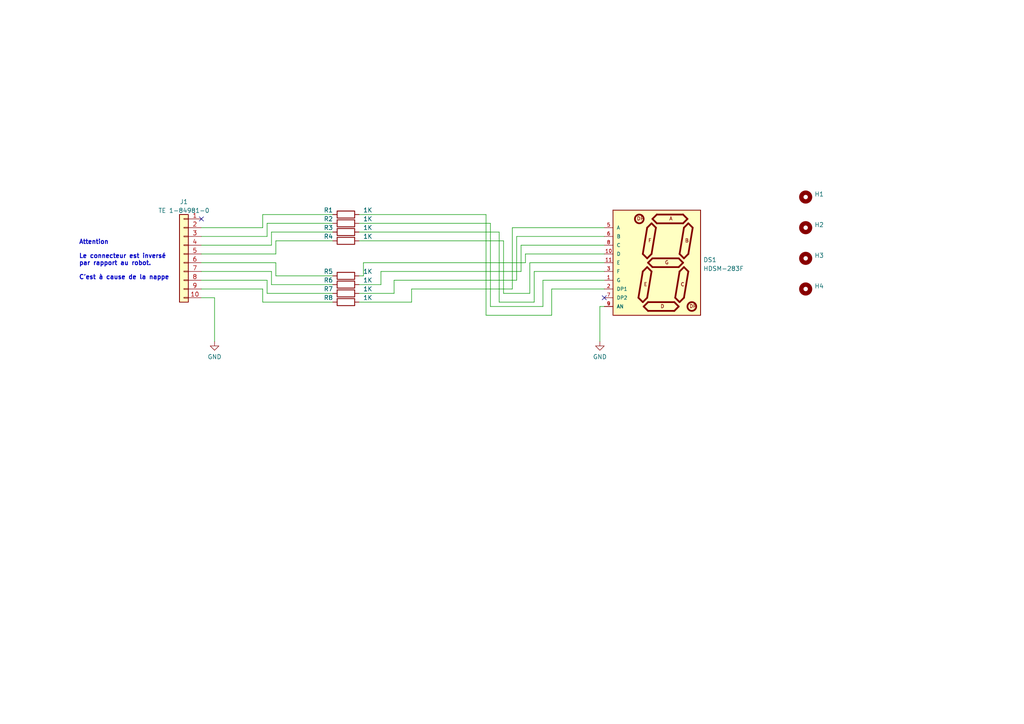
<source format=kicad_sch>
(kicad_sch (version 20211123) (generator eeschema)
  (paper "A4")
  (title_block (title "Ecran pour robot dumber") (date "2023-02-17") (rev "1.0") (company "INSA - GEI"))
  (lib_symbols
    (symbol "Connector_Generic:Conn_01x10" (pin_names (offset 1.016) hide)
      (property "Reference" "J" (at 0 12.7 0))
      (property "Value" "Conn_01x10" (at 0 -15.24 0))
      (symbol "Conn_01x10_1_1"
        (rectangle (start -1.27 -12.573) (end 0 -12.827) (stroke (width 0.1524)))
        (rectangle (start -1.27 -10.033) (end 0 -10.287) (stroke (width 0.1524)))
        (rectangle (start -1.27 -7.493) (end 0 -7.747) (stroke (width 0.1524)))
        (rectangle (start -1.27 -4.953) (end 0 -5.207) (stroke (width 0.1524)))
        (rectangle (start -1.27 -2.413) (end 0 -2.667) (stroke (width 0.1524)))
        (rectangle (start -1.27 0.127) (end 0 -0.127) (stroke (width 0.1524)))
        (rectangle (start -1.27 2.667) (end 0 2.413) (stroke (width 0.1524)))
        (rectangle (start -1.27 5.207) (end 0 4.953) (stroke (width 0.1524)))
        (rectangle (start -1.27 7.747) (end 0 7.493) (stroke (width 0.1524)))
        (rectangle (start -1.27 10.287) (end 0 10.033) (stroke (width 0.1524)))
        (rectangle (start -1.27 11.43) (end 1.27 -13.97) (stroke (width 0.254)) (fill (type background)))
        (pin passive line (at -5.08 10.16 0) (length 3.81) (name "Pin_1") (number "1"))
        (pin passive line (at -5.08 -12.7 0) (length 3.81) (name "Pin_10") (number "10"))
        (pin passive line (at -5.08 7.62 0) (length 3.81) (name "Pin_2") (number "2"))
        (pin passive line (at -5.08 5.08 0) (length 3.81) (name "Pin_3") (number "3"))
        (pin passive line (at -5.08 2.54 0) (length 3.81) (name "Pin_4") (number "4"))
        (pin passive line (at -5.08 0 0) (length 3.81) (name "Pin_5") (number "5"))
        (pin passive line (at -5.08 -2.54 0) (length 3.81) (name "Pin_6") (number "6"))
        (pin passive line (at -5.08 -5.08 0) (length 3.81) (name "Pin_7") (number "7"))
        (pin passive line (at -5.08 -7.62 0) (length 3.81) (name "Pin_8") (number "8"))
        (pin passive line (at -5.08 -10.16 0) (length 3.81) (name "Pin_9") (number "9"))
      )
    )
    (symbol "Device:R" (pin_numbers hide) (pin_names (offset 0))
      (property "Reference" "R" (at 2.032 0 90))
      (property "Value" "R" (at 0 0 90))
      (symbol "R_0_1"
        (rectangle (start -1.016 -2.54) (end 1.016 2.54) (stroke (width 0.254)))
      )
      (symbol "R_1_1"
        (pin passive line (at 0 3.81 270) (length 1.27) (name "~") (number "1"))
        (pin passive line (at 0 -3.81 90) (length 1.27) (name "~") (number "2"))
      )
    )
    (symbol "HDSM-283F:HDSM-283F" (pin_names (offset 1.016))
      (property "Reference" "DS" (at -15.2908 16.5608 0))
      (property "Value" "HDSM-283F" (at -15.2908 -17.8562 0))
      (symbol "HDSM-283F_0_0"
        (rectangle (start -15.24 -15.24) (end 10.16 15.24) (stroke (width 0.254)) (fill (type background)))
        (circle (center -7.62 12.7) (radius 1.27) (stroke (width 0.508)))
        (polyline (pts (xy -7.874 -10.16) (xy -6.604 -11.43)) (stroke (width 0.508)))
        (polyline (pts (xy -6.604 -11.43) (xy -5.334 -10.16)) (stroke (width 0.508)))
        (polyline (pts (xy -6.604 -2.54) (xy -7.874 -10.16)) (stroke (width 0.508)))
        (polyline (pts (xy -6.604 2.54) (xy -5.334 1.27)) (stroke (width 0.508)))
        (polyline (pts (xy -6.35 -12.7) (xy -5.08 -13.97)) (stroke (width 0.508)))
        (polyline (pts (xy -6.35 -12.7) (xy -5.08 -11.43)) (stroke (width 0.508)))
        (polyline (pts (xy -5.334 -10.16) (xy -4.064 -2.54)) (stroke (width 0.508)))
        (polyline (pts (xy -5.334 -1.27) (xy -6.604 -2.54)) (stroke (width 0.508)))
        (polyline (pts (xy -5.334 -1.27) (xy -4.064 -2.54)) (stroke (width 0.508)))
        (polyline (pts (xy -5.334 1.27) (xy -4.064 2.54)) (stroke (width 0.508)))
        (polyline (pts (xy -5.334 10.16) (xy -6.604 2.54)) (stroke (width 0.508)))
        (polyline (pts (xy -5.08 -13.97) (xy 2.54 -13.97)) (stroke (width 0.508)))
        (polyline (pts (xy -5.08 0) (xy -3.81 -1.27)) (stroke (width 0.508)))
        (polyline (pts (xy -5.08 0) (xy -3.81 1.27)) (stroke (width 0.508)))
        (polyline (pts (xy -4.064 2.54) (xy -2.794 10.16)) (stroke (width 0.508)))
        (polyline (pts (xy -4.064 11.43) (xy -5.334 10.16)) (stroke (width 0.508)))
        (polyline (pts (xy -4.064 11.43) (xy -2.794 10.16)) (stroke (width 0.508)))
        (polyline (pts (xy -3.81 -1.27) (xy 3.81 -1.27)) (stroke (width 0.508)))
        (polyline (pts (xy -3.81 12.7) (xy -2.54 13.97)) (stroke (width 0.508)))
        (polyline (pts (xy -2.54 11.43) (xy -3.81 12.7)) (stroke (width 0.508)))
        (polyline (pts (xy -2.54 13.97) (xy 5.08 13.97)) (stroke (width 0.508)))
        (polyline (pts (xy 2.54 -13.97) (xy 3.81 -12.7)) (stroke (width 0.508)))
        (polyline (pts (xy 2.54 -11.43) (xy -5.08 -11.43)) (stroke (width 0.508)))
        (polyline (pts (xy 2.794 -10.16) (xy 4.064 -11.43)) (stroke (width 0.508)))
        (polyline (pts (xy 3.81 -12.7) (xy 2.54 -11.43)) (stroke (width 0.508)))
        (polyline (pts (xy 3.81 -1.27) (xy 5.08 0)) (stroke (width 0.508)))
        (polyline (pts (xy 3.81 1.27) (xy -3.81 1.27)) (stroke (width 0.508)))
        (polyline (pts (xy 4.064 -11.43) (xy 5.334 -10.16)) (stroke (width 0.508)))
        (polyline (pts (xy 4.064 -2.54) (xy 2.794 -10.16)) (stroke (width 0.508)))
        (polyline (pts (xy 4.064 2.54) (xy 5.334 1.27)) (stroke (width 0.508)))
        (polyline (pts (xy 5.08 0) (xy 3.81 1.27)) (stroke (width 0.508)))
        (polyline (pts (xy 5.08 11.43) (xy -2.54 11.43)) (stroke (width 0.508)))
        (polyline (pts (xy 5.08 13.97) (xy 6.35 12.7)) (stroke (width 0.508)))
        (polyline (pts (xy 5.334 -10.16) (xy 6.604 -2.54)) (stroke (width 0.508)))
        (polyline (pts (xy 5.334 -1.27) (xy 4.064 -2.54)) (stroke (width 0.508)))
        (polyline (pts (xy 5.334 -1.27) (xy 6.604 -2.54)) (stroke (width 0.508)))
        (polyline (pts (xy 5.334 1.27) (xy 6.604 2.54)) (stroke (width 0.508)))
        (polyline (pts (xy 5.334 10.16) (xy 4.064 2.54)) (stroke (width 0.508)))
        (polyline (pts (xy 6.35 12.7) (xy 5.08 11.43)) (stroke (width 0.508)))
        (polyline (pts (xy 6.604 2.54) (xy 7.874 10.16)) (stroke (width 0.508)))
        (polyline (pts (xy 6.604 11.43) (xy 5.334 10.16)) (stroke (width 0.508)))
        (polyline (pts (xy 6.604 11.43) (xy 7.874 10.16)) (stroke (width 0.508)))
        (circle (center 7.62 -12.7) (radius 1.27) (stroke (width 0.508)))
        (text "A" (at 1.016 12.2174 0) (effects (font (size 1.016 1.016)) (justify left bottom)))
        (text "B" (at 5.588 5.842 0) (effects (font (size 1.016 1.016)) (justify left bottom)))
        (text "C" (at 4.318 -6.8834 0) (effects (font (size 1.016 1.016)) (justify left bottom)))
        (text "D" (at -1.524 -13.2334 0) (effects (font (size 1.016 1.016)) (justify left bottom)))
        (text "DP" (at -8.4074 12.2174 0) (effects (font (size 1.016 1.016)) (justify left bottom)))
        (text "DP" (at 6.858 -13.208 0) (effects (font (size 1.016 1.016)) (justify left bottom)))
        (text "E" (at -6.35 -6.858 0) (effects (font (size 1.016 1.016)) (justify left bottom)))
        (text "F" (at -5.08 5.8674 0) (effects (font (size 1.016 1.016)) (justify left bottom)))
        (text "G" (at -0.254 -0.508 0) (effects (font (size 1.016 1.016)) (justify left bottom)))
        (pin passive line (at -17.78 -5.08 0) (length 2.54) (name "G") (number "1"))
        (pin passive line (at -17.78 2.54 0) (length 2.54) (name "D") (number "10"))
        (pin passive line (at -17.78 0 0) (length 2.54) (name "E") (number "11"))
        (pin passive line (at -17.78 -7.62 0) (length 2.54) (name "DP1") (number "2"))
        (pin passive line (at -17.78 -2.54 0) (length 2.54) (name "F") (number "3"))
        (pin passive line (at -17.78 -12.7 0) (length 2.54) (name "AN") (number "4"))
        (pin passive line (at -17.78 10.16 0) (length 2.54) (name "A") (number "5"))
        (pin passive line (at -17.78 7.62 0) (length 2.54) (name "B") (number "6"))
        (pin passive line (at -17.78 -10.16 0) (length 2.54) (name "DP2") (number "7"))
        (pin passive line (at -17.78 5.08 0) (length 2.54) (name "C") (number "8"))
        (pin passive line (at -17.78 -12.7 0) (length 2.54) (name "AN") (number "9"))
      )
    )
    (symbol "Mechanical:MountingHole" (pin_names (offset 1.016))
      (property "Reference" "H" (at 0 5.08 0))
      (property "Value" "MountingHole" (at 0 3.175 0))
      (symbol "MountingHole_0_1"
        (circle (center 0 0) (radius 1.27) (stroke (width 1.27)))
      )
    )
    (symbol "power:GND" (power) (pin_names (offset 0))
      (property "Value" "GND" (at 0 -3.81 0))
      (symbol "GND_0_1"
        (polyline (pts (xy 0 0) (xy 0 -1.27) (xy 1.27 -1.27) (xy 0 -2.54) (xy -1.27 -1.27) (xy 0 -1.27)))
      )
      (symbol "GND_1_1"
        (pin power_in line (at 0 0 270) (length 0) hide (name "GND") (number "1"))
      )
    )
  )
  (no_connect (at 58.42 63.5))
  (no_connect (at 175.26 86.36))
  (wire (pts (xy 148.59 83.82) (xy 119.38 83.82)))
  (wire (pts (xy 76.2 83.82) (xy 76.2 87.63)))
  (wire (pts (xy 153.67 85.09) (xy 153.67 76.2)))
  (wire (pts (xy 149.86 81.28) (xy 149.86 68.58)))
  (wire (pts (xy 78.74 82.55) (xy 96.52 82.55)))
  (wire (pts (xy 58.42 81.28) (xy 77.47 81.28)))
  (wire (pts (xy 62.23 86.36) (xy 62.23 99.06)))
  (wire (pts (xy 104.14 82.55) (xy 110.49 82.55)))
  (wire (pts (xy 78.74 67.31) (xy 96.52 67.31)))
  (wire (pts (xy 104.14 67.31) (xy 144.78 67.31)))
  (wire (pts (xy 148.59 66.04) (xy 175.26 66.04)))
  (wire (pts (xy 142.24 64.77) (xy 142.24 88.9)))
  (wire (pts (xy 157.48 81.28) (xy 175.26 81.28)))
  (wire (pts (xy 104.14 85.09) (xy 114.3 85.09)))
  (wire (pts (xy 76.2 87.63) (xy 96.52 87.63)))
  (wire (pts (xy 153.67 76.2) (xy 175.26 76.2)))
  (wire (pts (xy 77.47 64.77) (xy 96.52 64.77)))
  (wire (pts (xy 175.26 88.9) (xy 173.99 88.9)))
  (wire (pts (xy 58.42 66.04) (xy 76.2 66.04)))
  (wire (pts (xy 58.42 71.12) (xy 78.74 71.12)))
  (wire (pts (xy 58.42 76.2) (xy 80.01 76.2)))
  (wire (pts (xy 149.86 81.28) (xy 114.3 81.28)))
  (wire (pts (xy 154.94 87.63) (xy 154.94 78.74)))
  (wire (pts (xy 76.2 66.04) (xy 76.2 62.23)))
  (wire (pts (xy 80.01 80.01) (xy 96.52 80.01)))
  (wire (pts (xy 152.4 73.66) (xy 175.26 73.66)))
  (wire (pts (xy 105.41 76.2) (xy 105.41 80.01)))
  (wire (pts (xy 142.24 88.9) (xy 157.48 88.9)))
  (wire (pts (xy 151.13 71.12) (xy 175.26 71.12)))
  (wire (pts (xy 160.02 91.44) (xy 160.02 83.82)))
  (wire (pts (xy 77.47 68.58) (xy 77.47 64.77)))
  (wire (pts (xy 77.47 85.09) (xy 96.52 85.09)))
  (wire (pts (xy 157.48 88.9) (xy 157.48 81.28)))
  (wire (pts (xy 173.99 88.9) (xy 173.99 99.06)))
  (wire (pts (xy 144.78 67.31) (xy 144.78 87.63)))
  (wire (pts (xy 140.97 91.44) (xy 160.02 91.44)))
  (wire (pts (xy 148.59 83.82) (xy 148.59 66.04)))
  (wire (pts (xy 80.01 76.2) (xy 80.01 80.01)))
  (wire (pts (xy 58.42 78.74) (xy 78.74 78.74)))
  (wire (pts (xy 119.38 83.82) (xy 119.38 87.63)))
  (wire (pts (xy 160.02 83.82) (xy 175.26 83.82)))
  (wire (pts (xy 58.42 73.66) (xy 80.01 73.66)))
  (wire (pts (xy 104.14 62.23) (xy 140.97 62.23)))
  (wire (pts (xy 152.4 76.2) (xy 105.41 76.2)))
  (wire (pts (xy 154.94 78.74) (xy 175.26 78.74)))
  (wire (pts (xy 77.47 81.28) (xy 77.47 85.09)))
  (wire (pts (xy 146.05 85.09) (xy 153.67 85.09)))
  (wire (pts (xy 140.97 62.23) (xy 140.97 91.44)))
  (wire (pts (xy 146.05 69.85) (xy 146.05 85.09)))
  (wire (pts (xy 151.13 78.74) (xy 151.13 71.12)))
  (wire (pts (xy 80.01 73.66) (xy 80.01 69.85)))
  (wire (pts (xy 149.86 68.58) (xy 175.26 68.58)))
  (wire (pts (xy 144.78 87.63) (xy 154.94 87.63)))
  (wire (pts (xy 58.42 83.82) (xy 76.2 83.82)))
  (wire (pts (xy 104.14 64.77) (xy 142.24 64.77)))
  (wire (pts (xy 76.2 62.23) (xy 96.52 62.23)))
  (wire (pts (xy 78.74 78.74) (xy 78.74 82.55)))
  (wire (pts (xy 152.4 76.2) (xy 152.4 73.66)))
  (wire (pts (xy 104.14 80.01) (xy 105.41 80.01)))
  (wire (pts (xy 80.01 69.85) (xy 96.52 69.85)))
  (wire (pts (xy 110.49 78.74) (xy 110.49 82.55)))
  (wire (pts (xy 104.14 87.63) (xy 119.38 87.63)))
  (wire (pts (xy 78.74 71.12) (xy 78.74 67.31)))
  (wire (pts (xy 114.3 81.28) (xy 114.3 85.09)))
  (wire (pts (xy 58.42 68.58) (xy 77.47 68.58)))
  (wire (pts (xy 58.42 86.36) (xy 62.23 86.36)))
  (wire (pts (xy 151.13 78.74) (xy 110.49 78.74)))
  (wire (pts (xy 104.14 69.85) (xy 146.05 69.85)))
  (text "Attention\n\nLe connecteur est inversé \npar rapport au robot.\n\nC'est à cause de la nappe" (at 22.86 81.28 0) (effects (font (size 1.27 1.27) (thickness 0.254) bold) (justify left bottom)))
  (symbol (lib_id "power:GND") (at 62.23 99.06 0) (unit 1)
    (property "Reference" "#PWR0101" (effects hide))
    (property "Value" "GND" (at 62.23 103.5034 0))
  )
  (symbol (lib_id "Device:R") (at 100.33 87.63 90) (unit 1)
    (property "Reference" "R8" (at 95.25 86.36 90))
    (property "Value" "1K" (at 106.68 86.36 90))
    (property "Footprint" "Resistor_SMD:R_0805_2012Metric" (effects hide))
  )
  (symbol (lib_id "Device:R") (at 100.33 62.23 90) (unit 1)
    (property "Reference" "R1" (at 95.25 60.96 90))
    (property "Value" "1K" (at 106.68 60.96 90))
    (property "Footprint" "Resistor_SMD:R_0805_2012Metric" (effects hide))
  )
  (symbol (lib_id "Mechanical:MountingHole") (at 233.68 57.15 0) (unit 1)
    (property "Reference" "H1" (at 236.22 56.3153 0) (effects (justify left)))
    (property "Value" "MountingHole" (effects hide))
    (property "Footprint" "MountingHole:MountingHole_3mm" (effects hide))
  )
  (symbol (lib_id "Device:R") (at 100.33 64.77 90) (unit 1)
    (property "Reference" "R2" (at 95.25 63.5 90))
    (property "Value" "1K" (at 106.68 63.5 90))
    (property "Footprint" "Resistor_SMD:R_0805_2012Metric" (effects hide))
  )
  (symbol (lib_id "Device:R") (at 100.33 82.55 90) (unit 1)
    (property "Reference" "R6" (at 95.25 81.28 90))
    (property "Value" "1K" (at 106.68 81.28 90))
    (property "Footprint" "Resistor_SMD:R_0805_2012Metric" (effects hide))
  )
  (symbol (lib_id "HDSM-283F:HDSM-283F") (at 193.04 76.2 0) (unit 1)
    (property "Reference" "DS1" (at 203.962 75.3653 0) (effects (justify left)))
    (property "Value" "HDSM-283F" (at 203.962 77.9022 0) (effects (justify left)))
    (property "Footprint" "INSA:LED_HDSM-283F" (effects hide))
    (property "MANUFACTURER" "AVAGO" (effects hide))
  )
  (symbol (lib_id "Device:R") (at 100.33 69.85 90) (unit 1)
    (property "Reference" "R4" (at 95.25 68.58 90))
    (property "Value" "1K" (at 106.68 68.58 90))
    (property "Footprint" "Resistor_SMD:R_0805_2012Metric" (effects hide))
  )
  (symbol (lib_id "Device:R") (at 100.33 85.09 90) (unit 1)
    (property "Reference" "R7" (at 95.25 83.82 90))
    (property "Value" "1K" (at 106.68 83.82 90))
    (property "Footprint" "Resistor_SMD:R_0805_2012Metric" (effects hide))
  )
  (symbol (lib_id "Mechanical:MountingHole") (at 233.68 83.82 0) (unit 1)
    (property "Reference" "H4" (at 236.22 82.9853 0) (effects (justify left)))
    (property "Value" "MountingHole" (effects hide))
    (property "Footprint" "MountingHole:MountingHole_3mm" (effects hide))
  )
  (symbol (lib_id "Mechanical:MountingHole") (at 233.68 66.04 0) (unit 1)
    (property "Reference" "H2" (at 236.22 65.2053 0) (effects (justify left)))
    (property "Value" "MountingHole" (effects hide))
    (property "Footprint" "MountingHole:MountingHole_3mm" (effects hide))
  )
  (symbol (lib_id "Device:R") (at 100.33 80.01 90) (unit 1)
    (property "Reference" "R5" (at 95.25 78.74 90))
    (property "Value" "1K" (at 106.68 78.74 90))
    (property "Footprint" "Resistor_SMD:R_0805_2012Metric" (effects hide))
  )
  (symbol (lib_id "power:GND") (at 173.99 99.06 0) (unit 1)
    (property "Reference" "#PWR0102" (effects hide))
    (property "Value" "GND" (at 173.99 103.5034 0))
  )
  (symbol (lib_id "Connector_Generic:Conn_01x10") (at 53.34 73.66 0) (mirror y) (unit 1)
    (property "Reference" "J1" (at 53.34 58.5302 0))
    (property "Value" "TE 1-84981-0" (at 53.34 61.0671 0))
    (property "Footprint" "INSA:TE 1-84981-0" (effects hide))
  )
  (symbol (lib_id "Device:R") (at 100.33 67.31 90) (unit 1)
    (property "Reference" "R3" (at 95.25 66.04 90))
    (property "Value" "1K" (at 106.68 66.04 90))
    (property "Footprint" "Resistor_SMD:R_0805_2012Metric" (effects hide))
  )
  (symbol (lib_id "Mechanical:MountingHole") (at 233.68 74.93 0) (unit 1)
    (property "Reference" "H3" (at 236.22 74.0953 0) (effects (justify left)))
    (property "Value" "MountingHole" (effects hide))
    (property "Footprint" "MountingHole:MountingHole_3mm" (effects hide))
  )
)
</source>
